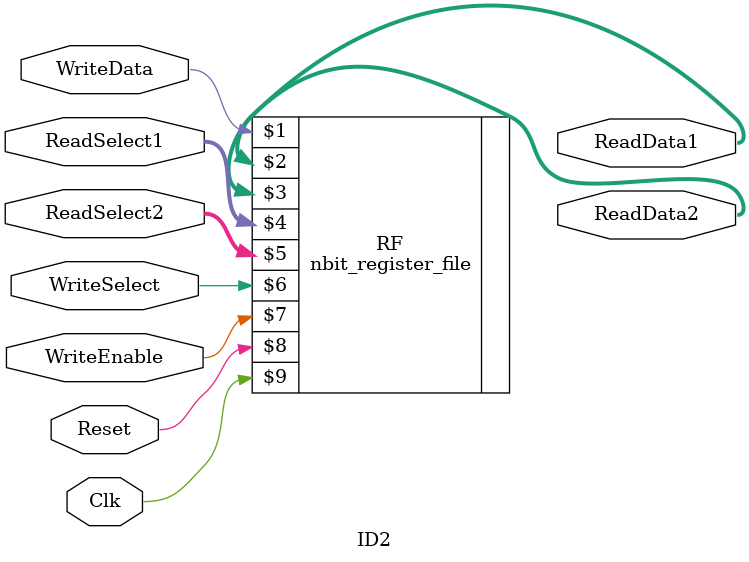
<source format=v>
`timescale 1ns / 1ps
module ID2(
		input WriteData,   // Input data
      output[31:0] ReadData1,   // Output data 1
      output[31:0] ReadData2,   // Output data 2
      input[4:0] ReadSelect1, // Select lines for output 1
      input[4:0] ReadSelect2, // Select lines for output 2
      input WriteSelect, // Select lines for input
      input WriteEnable, // Causes write to take place on posedge
      input Reset,       // Synchronous reset
      input Clk
		
		//stuff besides RF
		
		);        
						
	 nbit_register_file	RF	(WriteData,ReadData1,ReadData2,ReadSelect1,ReadSelect2,WriteSelect,WriteEnable,Reset,Clk);
	 
	 //Controller
	// ID_Controller CONTROL(instructions,controls);


endmodule

</source>
